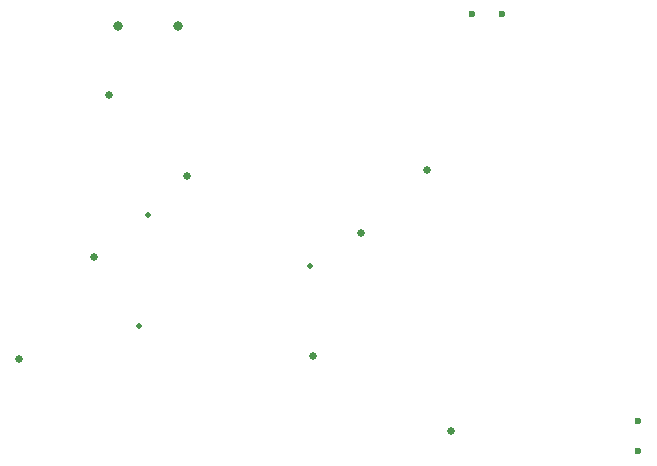
<source format=gbr>
G04 Generated by Ultiboard 14.0 *
%FSLAX34Y34*%
%MOMM*%

%ADD10C,0.0001*%
%ADD11C,0.6500*%
%ADD12C,0.6000*%
%ADD13C,0.5000*%
%ADD14C,0.8000*%


G04 ColorRGB 000000 for the following layer *
%LNDrill-Copper Top-Copper Bottom*%
%LPD*%
G54D11*
X96520Y678180D03*
X441960Y838200D03*
X238760Y833120D03*
X172720Y901700D03*
X160020Y764540D03*
X462280Y617220D03*
X345440Y680720D03*
X386080Y784860D03*
G54D12*
X480000Y970000D03*
X505400Y970000D03*
X620000Y600000D03*
X620000Y625400D03*
G54D13*
X205740Y800100D03*
X198120Y706120D03*
X342900Y756920D03*
G54D14*
X180000Y960000D03*
X230800Y960000D03*

M02*

</source>
